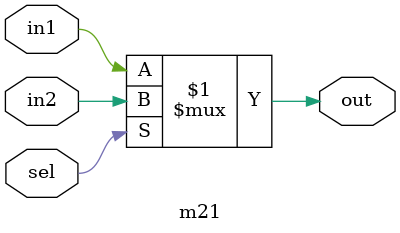
<source format=v>
module m21(in1, in2, sel, out);
//inputs
input wire in1;
input wire in2; 
input wire sel;
//outputs
output out;
//mux  function
assign out = (sel)?in2:in1;
endmodule


</source>
